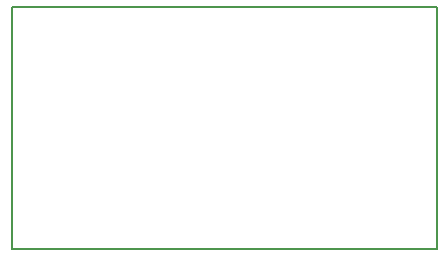
<source format=gbr>
G04 #@! TF.GenerationSoftware,KiCad,Pcbnew,(5.0.0-3-g5ebb6b6)*
G04 #@! TF.CreationDate,2018-11-27T18:20:38-08:00*
G04 #@! TF.ProjectId,Capper Decapper Solenoid Correction,43617070657220446563617070657220,rev?*
G04 #@! TF.SameCoordinates,Original*
G04 #@! TF.FileFunction,Profile,NP*
%FSLAX46Y46*%
G04 Gerber Fmt 4.6, Leading zero omitted, Abs format (unit mm)*
G04 Created by KiCad (PCBNEW (5.0.0-3-g5ebb6b6)) date Tuesday, November 27, 2018 at 06:20:38 PM*
%MOMM*%
%LPD*%
G01*
G04 APERTURE LIST*
%ADD10C,0.150000*%
G04 APERTURE END LIST*
D10*
X202250000Y-66750000D02*
X166250000Y-66750000D01*
X202250000Y-87250000D02*
X202250000Y-66750000D01*
X166250000Y-87250000D02*
X202250000Y-87250000D01*
X166250000Y-66750000D02*
X166250000Y-87250000D01*
M02*

</source>
